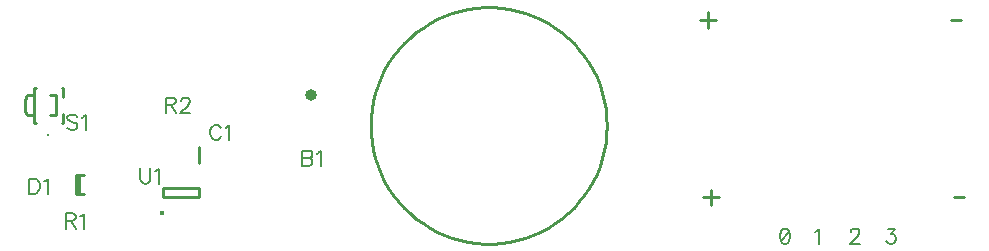
<source format=gbr>
G04 DipTrace 3.3.1.3*
G04 badge-TopSilk.gbr*
%MOMM*%
G04 #@! TF.FileFunction,Legend,Top*
G04 #@! TF.Part,Single*
%ADD10C,0.25*%
%ADD17O,1.0001X1.0*%
%ADD26O,0.29957X0.29997*%
%ADD29O,0.39118X0.39103*%
%ADD54C,0.19608*%
%ADD55C,0.23529*%
%FSLAX35Y35*%
G04*
G71*
G90*
G75*
G01*
G04 TopSilk*
%LPD*%
X3299900Y1200000D2*
D10*
X3302336Y1269756D1*
X3309633Y1339173D1*
X3321755Y1407912D1*
X3338642Y1475637D1*
X3360213Y1542020D1*
X3386363Y1606737D1*
X3416964Y1669472D1*
X3451867Y1729919D1*
X3490902Y1787785D1*
X3533879Y1842788D1*
X3580588Y1894658D1*
X3630802Y1943145D1*
X3684277Y1988011D1*
X3740751Y2029038D1*
X3799950Y2066025D1*
X3861585Y2098794D1*
X3925356Y2127184D1*
X3990952Y2151057D1*
X4058054Y2170296D1*
X4126334Y2184808D1*
X4195461Y2194522D1*
X4265097Y2199391D1*
X4334903D1*
X4404539Y2194522D1*
X4473666Y2184808D1*
X4541946Y2170296D1*
X4609048Y2151057D1*
X4674644Y2127184D1*
X4738415Y2098794D1*
X4800050Y2066025D1*
X4859249Y2029038D1*
X4915723Y1988011D1*
X4969198Y1943145D1*
X5019412Y1894658D1*
X5066121Y1842788D1*
X5109098Y1787785D1*
X5148133Y1729919D1*
X5183036Y1669472D1*
X5213637Y1606737D1*
X5239787Y1542020D1*
X5261358Y1475637D1*
X5278245Y1407912D1*
X5290367Y1339173D1*
X5297664Y1269756D1*
X5300100Y1200000D1*
X5297664Y1130244D1*
X5290367Y1060827D1*
X5278245Y992088D1*
X5261358Y924363D1*
X5239787Y857980D1*
X5213637Y793263D1*
X5183036Y730528D1*
X5148133Y670081D1*
X5109098Y612215D1*
X5066121Y557212D1*
X5019412Y505342D1*
X4969198Y456855D1*
X4915723Y411989D1*
X4859249Y370962D1*
X4800050Y333975D1*
X4738415Y301206D1*
X4674644Y272816D1*
X4609048Y248943D1*
X4541946Y229704D1*
X4473666Y215192D1*
X4404539Y205478D1*
X4334903Y200609D1*
X4265097D1*
X4195461Y205478D1*
X4126334Y215192D1*
X4058054Y229704D1*
X3990952Y248943D1*
X3925356Y272816D1*
X3861585Y301206D1*
X3799950Y333975D1*
X3740751Y370962D1*
X3684277Y411989D1*
X3630802Y456855D1*
X3580588Y505342D1*
X3533879Y557212D1*
X3490902Y612215D1*
X3451867Y670081D1*
X3416964Y730528D1*
X3386363Y793263D1*
X3360213Y857980D1*
X3338642Y924363D1*
X3321755Y992088D1*
X3309633Y1060827D1*
X3302336Y1130244D1*
X3299900Y1200000D1*
D17*
X2799850Y1460000D3*
X1844947Y885050D2*
D10*
Y1014950D1*
X810080Y779920D2*
X869920D1*
X810080Y620080D2*
X869920D1*
X828912D2*
Y779920D1*
X809992Y620080D2*
Y779920D1*
X634919Y1285038D2*
Y1455052D1*
X700002Y1220084D2*
Y1300060D1*
X449881Y1220084D2*
Y1520006D1*
X634919Y1455052D2*
X584920D1*
X634919Y1285038D2*
X584920D1*
X700002Y1520006D2*
X684960D1*
X700002Y1220084D2*
X684960D1*
X449881Y1520006D2*
X464880D1*
X449881Y1220084D2*
X464880D1*
X449881Y1285038D2*
X394882D1*
X374840Y1325049D1*
Y1415040D1*
X449881Y1455052D2*
X394882D1*
X374840Y1415040D1*
X700002Y1440030D2*
Y1520006D1*
D26*
X572462Y1122605D3*
D29*
X1531639Y457772D3*
X1545006Y595098D2*
D10*
X1845000D1*
X1545006Y675084D2*
X1845000D1*
Y595098D2*
Y675084D1*
X1545006Y595098D2*
Y675084D1*
X2722624Y985987D2*
D54*
Y858377D1*
X2777374D1*
X2795624Y864554D1*
X2801660Y870590D1*
X2807697Y882664D1*
Y900914D1*
X2801660Y913127D1*
X2795624Y919164D1*
X2777374Y925200D1*
X2795624Y931377D1*
X2801660Y937414D1*
X2807697Y949487D1*
Y961700D1*
X2801660Y973773D1*
X2795624Y979950D1*
X2777374Y985987D1*
X2722624D1*
Y925200D2*
X2777374D1*
X2846913Y961560D2*
X2859126Y967737D1*
X2877376Y985846D1*
Y858377D1*
X2035689Y1174664D2*
X2029652Y1186737D1*
X2017439Y1198950D1*
X2005365Y1204987D1*
X1981079D1*
X1968865Y1198950D1*
X1956792Y1186737D1*
X1950615Y1174664D1*
X1944579Y1156414D1*
Y1125950D1*
X1950615Y1107840D1*
X1956792Y1095627D1*
X1968865Y1083554D1*
X1981079Y1077377D1*
X2005365D1*
X2017439Y1083554D1*
X2029652Y1095627D1*
X2035689Y1107840D1*
X2074904Y1180560D2*
X2087118Y1186737D1*
X2105368Y1204846D1*
Y1077377D1*
X412624Y750987D2*
Y623377D1*
X455160D1*
X473410Y629554D1*
X485624Y641627D1*
X491660Y653840D1*
X497697Y671950D1*
Y702414D1*
X491660Y720664D1*
X485624Y732737D1*
X473410Y744950D1*
X455160Y750987D1*
X412624D1*
X536913Y726560D2*
X549126Y732737D1*
X567376Y750846D1*
Y623377D1*
X717624Y394200D2*
X772234D1*
X790484Y400377D1*
X796660Y406414D1*
X802697Y418487D1*
Y430700D1*
X796660Y442773D1*
X790484Y448950D1*
X772234Y454987D1*
X717624D1*
Y327377D1*
X760160Y394200D2*
X802697Y327377D1*
X841913Y430560D2*
X854126Y436737D1*
X872376Y454846D1*
Y327377D1*
X1565319Y1375200D2*
X1619929D1*
X1638179Y1381377D1*
X1644356Y1387414D1*
X1650392Y1399487D1*
Y1411700D1*
X1644356Y1423773D1*
X1638179Y1429950D1*
X1619929Y1435987D1*
X1565319D1*
Y1308377D1*
X1607856Y1375200D2*
X1650392Y1308377D1*
X1695785Y1405523D2*
Y1411560D1*
X1701821Y1423773D1*
X1707858Y1429810D1*
X1720071Y1435846D1*
X1744358D1*
X1756431Y1429810D1*
X1762467Y1423773D1*
X1768644Y1411560D1*
Y1399487D1*
X1762467Y1387273D1*
X1750394Y1369164D1*
X1689608Y1308377D1*
X1774681D1*
X817617Y1272737D2*
X805544Y1284950D1*
X787294Y1290987D1*
X763007D1*
X744757Y1284950D1*
X732544Y1272737D1*
Y1260664D1*
X738721Y1248450D1*
X744757Y1242414D1*
X756830Y1236377D1*
X793330Y1224164D1*
X805544Y1218127D1*
X811580Y1211950D1*
X817617Y1199877D1*
Y1181627D1*
X805544Y1169554D1*
X787294Y1163377D1*
X763007D1*
X744757Y1169554D1*
X732544Y1181627D1*
X856833Y1266560D2*
X869046Y1272737D1*
X887296Y1290846D1*
Y1163377D1*
X1351164Y835987D2*
Y744877D1*
X1357200Y726627D1*
X1369414Y714554D1*
X1387664Y708377D1*
X1399737D1*
X1417987Y714554D1*
X1430200Y726627D1*
X1436237Y744877D1*
Y835987D1*
X1475453Y811560D2*
X1487666Y817737D1*
X1505916Y835846D1*
Y708377D1*
X6157690Y2156882D2*
D55*
Y2025651D1*
X6092158Y2091182D2*
X6223390D1*
X6182690Y656882D2*
Y525651D1*
X6117158Y591182D2*
X6248390D1*
X6801697Y326391D2*
D54*
X6783447Y320355D1*
X6771234Y302105D1*
X6765197Y271782D1*
Y253532D1*
X6771234Y223209D1*
X6783447Y204959D1*
X6801697Y198922D1*
X6813770D1*
X6832020Y204959D1*
X6844093Y223209D1*
X6850270Y253532D1*
Y271782D1*
X6844093Y302105D1*
X6832020Y320355D1*
X6813770Y326391D1*
X6801697D1*
X6844093Y302105D2*
X6771234Y223209D1*
X7065197Y302105D2*
X7077411Y308282D1*
X7095661Y326391D1*
Y198922D1*
X7365981Y296068D2*
Y302105D1*
X7372017Y314318D1*
X7378054Y320355D1*
X7390267Y326391D1*
X7414554D1*
X7426627Y320355D1*
X7432664Y314318D1*
X7438840Y302105D1*
Y290032D1*
X7432664Y277818D1*
X7420590Y259709D1*
X7359804Y198922D1*
X7444877D1*
X7677411Y326391D2*
X7744093D1*
X7707734Y277818D1*
X7725984D1*
X7738057Y271782D1*
X7744093Y265745D1*
X7750270Y247495D1*
Y235422D1*
X7744093Y217172D1*
X7732020Y204959D1*
X7713770Y198922D1*
X7695520D1*
X7677411Y204959D1*
X7671374Y211135D1*
X7665197Y223209D1*
X8217158Y2091267D2*
D55*
X8301389D1*
X8242158Y591267D2*
X8326389D1*
M02*

</source>
